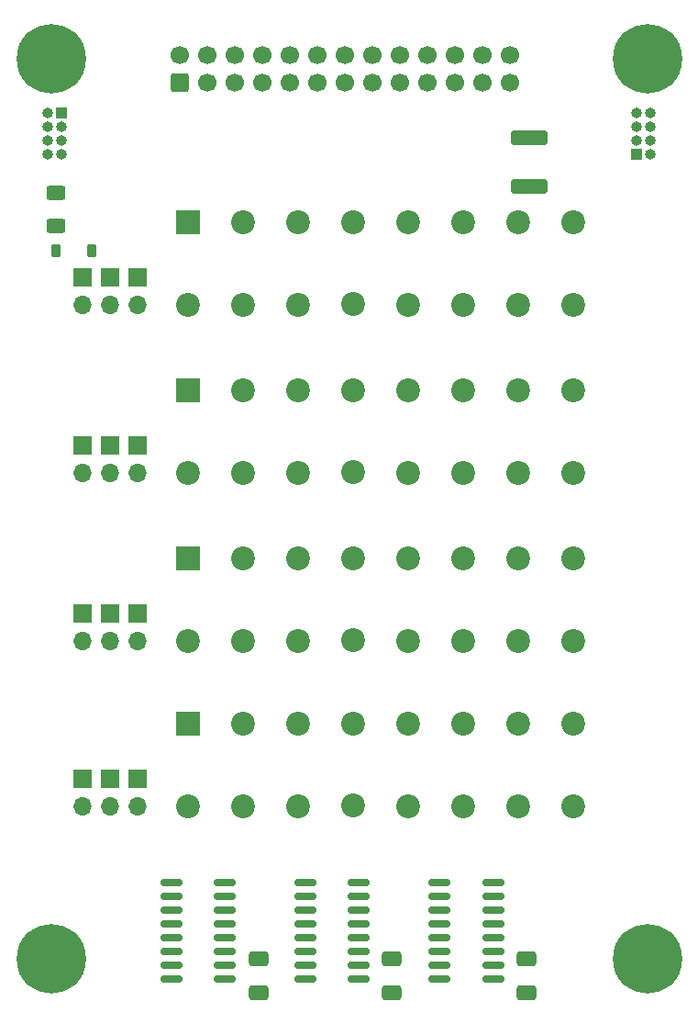
<source format=gbr>
%TF.GenerationSoftware,KiCad,Pcbnew,7.0.7*%
%TF.CreationDate,2023-11-22T16:36:34+01:00*%
%TF.ProjectId,BOB4ENCODER,424f4234-454e-4434-9f44-45522e6b6963,rev?*%
%TF.SameCoordinates,Original*%
%TF.FileFunction,Soldermask,Bot*%
%TF.FilePolarity,Negative*%
%FSLAX46Y46*%
G04 Gerber Fmt 4.6, Leading zero omitted, Abs format (unit mm)*
G04 Created by KiCad (PCBNEW 7.0.7) date 2023-11-22 16:36:34*
%MOMM*%
%LPD*%
G01*
G04 APERTURE LIST*
G04 Aperture macros list*
%AMRoundRect*
0 Rectangle with rounded corners*
0 $1 Rounding radius*
0 $2 $3 $4 $5 $6 $7 $8 $9 X,Y pos of 4 corners*
0 Add a 4 corners polygon primitive as box body*
4,1,4,$2,$3,$4,$5,$6,$7,$8,$9,$2,$3,0*
0 Add four circle primitives for the rounded corners*
1,1,$1+$1,$2,$3*
1,1,$1+$1,$4,$5*
1,1,$1+$1,$6,$7*
1,1,$1+$1,$8,$9*
0 Add four rect primitives between the rounded corners*
20,1,$1+$1,$2,$3,$4,$5,0*
20,1,$1+$1,$4,$5,$6,$7,0*
20,1,$1+$1,$6,$7,$8,$9,0*
20,1,$1+$1,$8,$9,$2,$3,0*%
G04 Aperture macros list end*
%ADD10C,2.200000*%
%ADD11R,2.200000X2.200000*%
%ADD12R,1.700000X1.700000*%
%ADD13O,1.700000X1.700000*%
%ADD14R,1.000000X1.000000*%
%ADD15O,1.000000X1.000000*%
%ADD16C,0.800000*%
%ADD17C,6.400000*%
%ADD18RoundRect,0.250000X0.600000X-0.600000X0.600000X0.600000X-0.600000X0.600000X-0.600000X-0.600000X0*%
%ADD19C,1.700000*%
%ADD20RoundRect,0.150000X-0.825000X-0.150000X0.825000X-0.150000X0.825000X0.150000X-0.825000X0.150000X0*%
%ADD21RoundRect,0.250000X0.650000X-0.412500X0.650000X0.412500X-0.650000X0.412500X-0.650000X-0.412500X0*%
%ADD22RoundRect,0.225000X-0.225000X-0.375000X0.225000X-0.375000X0.225000X0.375000X-0.225000X0.375000X0*%
%ADD23RoundRect,0.250000X-0.625000X0.400000X-0.625000X-0.400000X0.625000X-0.400000X0.625000X0.400000X0*%
%ADD24RoundRect,0.250000X-1.450000X0.400000X-1.450000X-0.400000X1.450000X-0.400000X1.450000X0.400000X0*%
G04 APERTURE END LIST*
D10*
%TO.C,J5*%
X17653000Y-73914000D03*
D11*
X17653000Y-66293984D03*
D10*
X22733011Y-73914000D03*
X22733011Y-66293984D03*
X27813021Y-73914000D03*
X27813021Y-66293984D03*
X32893031Y-73899776D03*
X32893031Y-66293984D03*
X37973041Y-73914000D03*
X37973041Y-66293984D03*
X43053051Y-73914000D03*
X43053051Y-66293984D03*
X48133061Y-73923906D03*
X48133061Y-66303890D03*
X53213072Y-73918826D03*
X53213072Y-66298810D03*
%TD*%
D12*
%TO.C,JP2*%
X10419000Y-25141000D03*
D13*
X10419000Y-27681000D03*
%TD*%
D12*
%TO.C,JP7*%
X7874000Y-40640000D03*
D13*
X7874000Y-43180000D03*
%TD*%
D12*
%TO.C,JP1*%
X7879000Y-25146000D03*
D13*
X7879000Y-27686000D03*
%TD*%
D10*
%TO.C,J3*%
X17653000Y-58674000D03*
D11*
X17653000Y-51053984D03*
D10*
X22733011Y-58674000D03*
X22733011Y-51053984D03*
X27813021Y-58674000D03*
X27813021Y-51053984D03*
X32893031Y-58659776D03*
X32893031Y-51053984D03*
X37973041Y-58674000D03*
X37973041Y-51053984D03*
X43053051Y-58674000D03*
X43053051Y-51053984D03*
X48133061Y-58683906D03*
X48133061Y-51063890D03*
X53213072Y-58678826D03*
X53213072Y-51058810D03*
%TD*%
D14*
%TO.C,J7*%
X5952800Y-10000000D03*
D15*
X4682800Y-10000000D03*
X5952800Y-11270000D03*
X4682800Y-11270000D03*
X5952800Y-12540000D03*
X4682800Y-12540000D03*
X5952800Y-13810000D03*
X4682800Y-13810000D03*
%TD*%
D12*
%TO.C,JP9*%
X12954000Y-40640000D03*
D13*
X12954000Y-43180000D03*
%TD*%
D12*
%TO.C,JP11*%
X10414000Y-71374000D03*
D13*
X10414000Y-73914000D03*
%TD*%
D12*
%TO.C,JP12*%
X12954000Y-71374000D03*
D13*
X12954000Y-73914000D03*
%TD*%
D14*
%TO.C,J6*%
X59029600Y-13810000D03*
D15*
X60299600Y-13810000D03*
X59029600Y-12540000D03*
X60299600Y-12540000D03*
X59029600Y-11270000D03*
X60299600Y-11270000D03*
X59029600Y-10000000D03*
X60299600Y-10000000D03*
%TD*%
D12*
%TO.C,JP3*%
X12959000Y-25141000D03*
D13*
X12959000Y-27681000D03*
%TD*%
D16*
%TO.C,H3*%
X57600000Y-88000000D03*
X58302944Y-86302944D03*
X58302944Y-89697056D03*
X60000000Y-85600000D03*
D17*
X60000000Y-88000000D03*
D16*
X60000000Y-90400000D03*
X61697056Y-86302944D03*
X61697056Y-89697056D03*
X62400000Y-88000000D03*
%TD*%
%TO.C,H1*%
X2600000Y-5000000D03*
X3302944Y-3302944D03*
X3302944Y-6697056D03*
X5000000Y-2600000D03*
D17*
X5000000Y-5000000D03*
D16*
X5000000Y-7400000D03*
X6697056Y-3302944D03*
X6697056Y-6697056D03*
X7400000Y-5000000D03*
%TD*%
D12*
%TO.C,JP10*%
X7874000Y-71379000D03*
D13*
X7874000Y-73919000D03*
%TD*%
D16*
%TO.C,H4*%
X57600000Y-5000000D03*
X58302944Y-3302944D03*
X58302944Y-6697056D03*
X60000000Y-2600000D03*
D17*
X60000000Y-5000000D03*
D16*
X60000000Y-7400000D03*
X61697056Y-3302944D03*
X61697056Y-6697056D03*
X62400000Y-5000000D03*
%TD*%
D10*
%TO.C,J2*%
X17653000Y-27686000D03*
D11*
X17653000Y-20065984D03*
D10*
X22733011Y-27686000D03*
X22733011Y-20065984D03*
X27813021Y-27686000D03*
X27813021Y-20065984D03*
X32893031Y-27671776D03*
X32893031Y-20065984D03*
X37973041Y-27686000D03*
X37973041Y-20065984D03*
X43053051Y-27686000D03*
X43053051Y-20065984D03*
X48133061Y-27695906D03*
X48133061Y-20075890D03*
X53213072Y-27690826D03*
X53213072Y-20070810D03*
%TD*%
%TO.C,J4*%
X17653000Y-43180000D03*
D11*
X17653000Y-35559984D03*
D10*
X22733011Y-43180000D03*
X22733011Y-35559984D03*
X27813021Y-43180000D03*
X27813021Y-35559984D03*
X32893031Y-43165776D03*
X32893031Y-35559984D03*
X37973041Y-43180000D03*
X37973041Y-35559984D03*
X43053051Y-43180000D03*
X43053051Y-35559984D03*
X48133061Y-43189906D03*
X48133061Y-35569890D03*
X53213072Y-43184826D03*
X53213072Y-35564810D03*
%TD*%
D16*
%TO.C,H2*%
X2600000Y-88000000D03*
X3302944Y-86302944D03*
X3302944Y-89697056D03*
X5000000Y-85600000D03*
D17*
X5000000Y-88000000D03*
D16*
X5000000Y-90400000D03*
X6697056Y-86302944D03*
X6697056Y-89697056D03*
X7400000Y-88000000D03*
%TD*%
D12*
%TO.C,JP4*%
X7874000Y-56139000D03*
D13*
X7874000Y-58679000D03*
%TD*%
D12*
%TO.C,JP5*%
X10414000Y-56134000D03*
D13*
X10414000Y-58674000D03*
%TD*%
D18*
%TO.C,J1*%
X16891000Y-7239000D03*
D19*
X16891000Y-4699000D03*
X19431000Y-7239000D03*
X19431000Y-4699000D03*
X21971000Y-7239000D03*
X21971000Y-4699000D03*
X24511000Y-7239000D03*
X24511000Y-4699000D03*
X27051000Y-7239000D03*
X27051000Y-4699000D03*
X29591000Y-7239000D03*
X29591000Y-4699000D03*
X32131000Y-7239000D03*
X32131000Y-4699000D03*
X34671000Y-7239000D03*
X34671000Y-4699000D03*
X37211000Y-7239000D03*
X37211000Y-4699000D03*
X39751000Y-7239000D03*
X39751000Y-4699000D03*
X42291000Y-7239000D03*
X42291000Y-4699000D03*
X44831000Y-7239000D03*
X44831000Y-4699000D03*
X47371000Y-7239000D03*
X47371000Y-4699000D03*
%TD*%
D12*
%TO.C,JP8*%
X10414000Y-40640000D03*
D13*
X10414000Y-43180000D03*
%TD*%
D12*
%TO.C,JP6*%
X12954000Y-56134000D03*
D13*
X12954000Y-58674000D03*
%TD*%
D20*
%TO.C,U2*%
X28448000Y-89886300D03*
X28448000Y-88616300D03*
X28448000Y-87346300D03*
X28448000Y-86076300D03*
X28448000Y-84806300D03*
X28448000Y-83536300D03*
X28448000Y-82266300D03*
X28448000Y-80996300D03*
X33398000Y-80996300D03*
X33398000Y-82266300D03*
X33398000Y-83536300D03*
X33398000Y-84806300D03*
X33398000Y-86076300D03*
X33398000Y-87346300D03*
X33398000Y-88616300D03*
X33398000Y-89886300D03*
%TD*%
%TO.C,U3*%
X40832000Y-89886300D03*
X40832000Y-88616300D03*
X40832000Y-87346300D03*
X40832000Y-86076300D03*
X40832000Y-84806300D03*
X40832000Y-83536300D03*
X40832000Y-82266300D03*
X40832000Y-80996300D03*
X45782000Y-80996300D03*
X45782000Y-82266300D03*
X45782000Y-83536300D03*
X45782000Y-84806300D03*
X45782000Y-86076300D03*
X45782000Y-87346300D03*
X45782000Y-88616300D03*
X45782000Y-89886300D03*
%TD*%
D21*
%TO.C,C3*%
X48895000Y-91097500D03*
X48895000Y-87972500D03*
%TD*%
D20*
%TO.C,U1*%
X16067000Y-89886300D03*
X16067000Y-88616300D03*
X16067000Y-87346300D03*
X16067000Y-86076300D03*
X16067000Y-84806300D03*
X16067000Y-83536300D03*
X16067000Y-82266300D03*
X16067000Y-80996300D03*
X21017000Y-80996300D03*
X21017000Y-82266300D03*
X21017000Y-83536300D03*
X21017000Y-84806300D03*
X21017000Y-86076300D03*
X21017000Y-87346300D03*
X21017000Y-88616300D03*
X21017000Y-89886300D03*
%TD*%
D22*
%TO.C,D1*%
X5461000Y-22733000D03*
X8761000Y-22733000D03*
%TD*%
D23*
%TO.C,R1*%
X5461000Y-17373000D03*
X5461000Y-20473000D03*
%TD*%
D24*
%TO.C,F1*%
X49123600Y-12303800D03*
X49123600Y-16753800D03*
%TD*%
D21*
%TO.C,C2*%
X36449000Y-91097500D03*
X36449000Y-87972500D03*
%TD*%
%TO.C,C1*%
X24130000Y-91097500D03*
X24130000Y-87972500D03*
%TD*%
M02*

</source>
